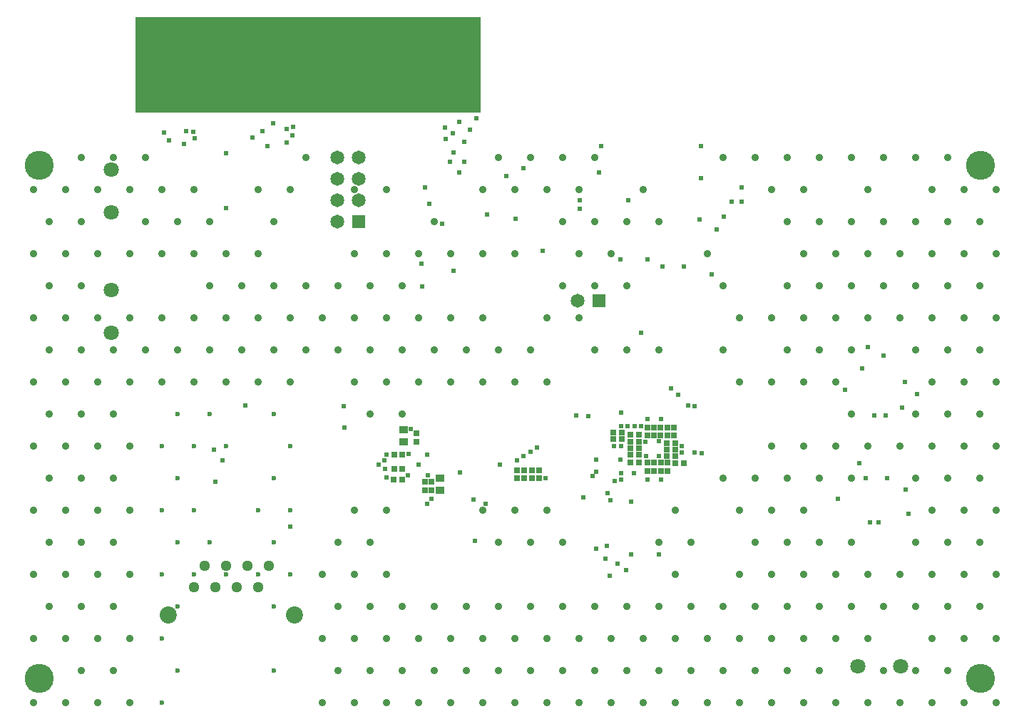
<source format=gbs>
G04*
G04 #@! TF.GenerationSoftware,Altium Limited,Altium Designer,21.6.4 (81)*
G04*
G04 Layer_Color=16711935*
%FSLAX25Y25*%
%MOIN*%
G70*
G04*
G04 #@! TF.SameCoordinates,32ACE0EF-A2FC-4BC7-9326-31937D1A4F50*
G04*
G04*
G04 #@! TF.FilePolarity,Negative*
G04*
G01*
G75*
%ADD19R,1.61500X0.44500*%
%ADD20R,0.02953X0.02559*%
%ADD21R,0.02559X0.02953*%
%ADD22R,0.04134X0.03740*%
%ADD42R,0.30891X0.40591*%
%ADD43R,0.02559X0.40591*%
%ADD44R,0.06496X0.06496*%
%ADD45C,0.06496*%
%ADD46C,0.07100*%
%ADD47C,0.05091*%
%ADD48C,0.07991*%
%ADD49R,0.06496X0.06496*%
%ADD50C,0.13591*%
%ADD51C,0.02391*%
%ADD52C,0.03591*%
%ADD53C,0.02362*%
D19*
X143500Y343500D02*
D03*
D20*
X187469Y154500D02*
D03*
X183531D02*
D03*
X187469Y161000D02*
D03*
X183531D02*
D03*
X183500Y149500D02*
D03*
X187437D02*
D03*
X311000Y160500D02*
D03*
X314937D02*
D03*
X311032Y166500D02*
D03*
X314968D02*
D03*
X297969Y157500D02*
D03*
X294032D02*
D03*
X297969Y161000D02*
D03*
X294032D02*
D03*
X297969Y164000D02*
D03*
X294032D02*
D03*
X297969Y167000D02*
D03*
X294032D02*
D03*
X286000Y168500D02*
D03*
X289937D02*
D03*
X286063Y171500D02*
D03*
X290000D02*
D03*
X298000Y170500D02*
D03*
X294063D02*
D03*
X315032Y157000D02*
D03*
X318969D02*
D03*
X311032Y163500D02*
D03*
X314968D02*
D03*
D21*
X241000Y153969D02*
D03*
Y150031D02*
D03*
X244500Y153969D02*
D03*
Y150031D02*
D03*
X248000Y153969D02*
D03*
Y150031D02*
D03*
X251500Y153969D02*
D03*
Y150031D02*
D03*
X194000Y167063D02*
D03*
Y171000D02*
D03*
X198000Y148437D02*
D03*
Y144500D02*
D03*
X201000Y148468D02*
D03*
Y144532D02*
D03*
X311500Y157468D02*
D03*
Y153532D02*
D03*
X302000Y170031D02*
D03*
Y173969D02*
D03*
X305000Y157500D02*
D03*
Y153563D02*
D03*
X302000Y157468D02*
D03*
Y153532D02*
D03*
X308500Y157500D02*
D03*
Y153563D02*
D03*
X308000Y170031D02*
D03*
Y173969D02*
D03*
X311500Y170031D02*
D03*
Y173969D02*
D03*
X305000Y170031D02*
D03*
Y173969D02*
D03*
X314500Y170031D02*
D03*
Y173969D02*
D03*
D22*
X188000Y172756D02*
D03*
Y167244D02*
D03*
X205000Y144500D02*
D03*
Y150012D02*
D03*
D42*
X129400Y341775D02*
D03*
X82100D02*
D03*
D43*
X220300D02*
D03*
X217150D02*
D03*
X214000D02*
D03*
X210850D02*
D03*
X207700D02*
D03*
X204550D02*
D03*
X201400D02*
D03*
X198250D02*
D03*
X191950D02*
D03*
X195100D02*
D03*
X188800D02*
D03*
X185650D02*
D03*
X182500D02*
D03*
X179350D02*
D03*
X176200D02*
D03*
X173050D02*
D03*
X169900D02*
D03*
X163600D02*
D03*
X160450D02*
D03*
X166750D02*
D03*
D44*
X167000Y270000D02*
D03*
D45*
X157000D02*
D03*
X167000Y280000D02*
D03*
X157000D02*
D03*
X167000Y290000D02*
D03*
X157000D02*
D03*
X167000Y300000D02*
D03*
X157000D02*
D03*
X269500Y233000D02*
D03*
D46*
X51500Y218000D02*
D03*
Y238000D02*
D03*
Y274500D02*
D03*
Y294500D02*
D03*
X400500Y62000D02*
D03*
X420500D02*
D03*
D47*
X125000Y109000D02*
D03*
X120000Y99000D02*
D03*
X115000Y109000D02*
D03*
X110000Y99000D02*
D03*
X105000Y109000D02*
D03*
X100000Y99000D02*
D03*
X90000D02*
D03*
X95000Y109000D02*
D03*
D48*
X137000Y86000D02*
D03*
X78000D02*
D03*
D49*
X279500Y233000D02*
D03*
D50*
X457550Y56450D02*
D03*
X17550D02*
D03*
X457550Y296450D02*
D03*
X17550D02*
D03*
D51*
X216347Y307347D02*
D03*
X277880Y158642D02*
D03*
X254500Y150000D02*
D03*
X233000Y156500D02*
D03*
X250500Y164500D02*
D03*
X247203Y162412D02*
D03*
X244000Y160500D02*
D03*
X241000Y158500D02*
D03*
X276350Y151000D02*
D03*
X284500Y104500D02*
D03*
X292000Y107000D02*
D03*
X191500Y173000D02*
D03*
X199000Y138000D02*
D03*
X190500Y161401D02*
D03*
X176500Y156500D02*
D03*
X180000Y150500D02*
D03*
X178929Y158366D02*
D03*
X179500Y154500D02*
D03*
X195000Y156500D02*
D03*
X190000Y151401D02*
D03*
X199157Y161127D02*
D03*
X201000Y140500D02*
D03*
X180000Y161000D02*
D03*
X199500Y151500D02*
D03*
X289500Y158875D02*
D03*
X289600Y152500D02*
D03*
X220850Y140193D02*
D03*
X214500Y152901D02*
D03*
X226201Y138102D02*
D03*
X221500Y120901D02*
D03*
X278000Y117000D02*
D03*
Y153000D02*
D03*
X268683Y179317D02*
D03*
X283000Y118401D02*
D03*
X307500Y114500D02*
D03*
X284840Y139650D02*
D03*
X294500Y114500D02*
D03*
X288000Y110150D02*
D03*
X282500Y112500D02*
D03*
X294376Y139124D02*
D03*
X286834Y148696D02*
D03*
X160000Y183901D02*
D03*
X160500Y173901D02*
D03*
X402500Y201500D02*
D03*
X289566Y149425D02*
D03*
X324173Y162062D02*
D03*
X292639Y174622D02*
D03*
X207492Y314008D02*
D03*
X207692Y308725D02*
D03*
X210992Y311508D02*
D03*
X214000Y316850D02*
D03*
X211500Y302500D02*
D03*
X90500Y309000D02*
D03*
X85500Y306500D02*
D03*
X78500Y308000D02*
D03*
X89683Y312187D02*
D03*
X86500Y312500D02*
D03*
X76023Y311908D02*
D03*
X222023Y318408D02*
D03*
X114000Y184000D02*
D03*
X272000Y141000D02*
D03*
X422500Y195000D02*
D03*
X100000Y148500D02*
D03*
X103500Y158500D02*
D03*
X410000Y129500D02*
D03*
X406000D02*
D03*
X413500Y179500D02*
D03*
X414000Y150000D02*
D03*
X391000Y140500D02*
D03*
X405000Y211500D02*
D03*
X394486Y191590D02*
D03*
X421000Y183000D02*
D03*
X408000Y179500D02*
D03*
X422850Y144955D02*
D03*
X270500Y276000D02*
D03*
X319000Y249000D02*
D03*
X309000D02*
D03*
X332000Y245500D02*
D03*
X133500Y313500D02*
D03*
X117500Y309500D02*
D03*
X209722Y298000D02*
D03*
X219000Y313000D02*
D03*
X198000Y286000D02*
D03*
X200000Y278500D02*
D03*
X216500Y298000D02*
D03*
X298976Y174583D02*
D03*
X299000Y218000D02*
D03*
X346000Y286000D02*
D03*
X341500Y279500D02*
D03*
X334500Y266500D02*
D03*
X346000Y279500D02*
D03*
X320996Y184004D02*
D03*
X324025Y183971D02*
D03*
X316500Y189000D02*
D03*
X313000Y192000D02*
D03*
X327400Y161675D02*
D03*
X289528Y174583D02*
D03*
X289566Y180921D02*
D03*
X296000Y174500D02*
D03*
X424000Y133500D02*
D03*
X283190Y143126D02*
D03*
X236000Y291500D02*
D03*
X240500Y271500D02*
D03*
X253000Y256500D02*
D03*
X274500Y179200D02*
D03*
X99504Y163500D02*
D03*
X412500Y207500D02*
D03*
X401000Y157000D02*
D03*
X404000Y150000D02*
D03*
X428000Y189500D02*
D03*
X308464Y149425D02*
D03*
X317874Y162062D02*
D03*
X302088Y149425D02*
D03*
X308425Y177810D02*
D03*
X302126D02*
D03*
X301000Y167220D02*
D03*
X307500Y160500D02*
D03*
X301500D02*
D03*
X307500Y167469D02*
D03*
X295850Y152600D02*
D03*
X286400Y165175D02*
D03*
X317875Y165200D02*
D03*
X289525Y165150D02*
D03*
X133500Y307000D02*
D03*
X136000Y310500D02*
D03*
X136500Y314500D02*
D03*
X124500Y305500D02*
D03*
X122000Y312500D02*
D03*
X127000Y316000D02*
D03*
X227000Y273500D02*
D03*
X135000Y127500D02*
D03*
X244000Y295000D02*
D03*
X337531Y272532D02*
D03*
X326500Y271000D02*
D03*
X302000Y252500D02*
D03*
X270500Y280000D02*
D03*
X327000Y290500D02*
D03*
X293000Y280000D02*
D03*
X279500Y293000D02*
D03*
X289500Y252500D02*
D03*
X327000Y305500D02*
D03*
X280500D02*
D03*
X211500Y247000D02*
D03*
X206000Y269000D02*
D03*
X214000Y293000D02*
D03*
X105000Y276500D02*
D03*
Y302000D02*
D03*
X196500Y250500D02*
D03*
X196610Y239831D02*
D03*
D52*
X465000Y285000D02*
D03*
Y255000D02*
D03*
Y225000D02*
D03*
Y195000D02*
D03*
Y165000D02*
D03*
Y135000D02*
D03*
Y105000D02*
D03*
Y75000D02*
D03*
Y45000D02*
D03*
X450000Y285000D02*
D03*
X457500Y270000D02*
D03*
X450000Y255000D02*
D03*
X457500Y240000D02*
D03*
X450000Y225000D02*
D03*
X457500Y210000D02*
D03*
X450000Y195000D02*
D03*
X457500Y180000D02*
D03*
X450000Y165000D02*
D03*
X457500Y150000D02*
D03*
X450000Y135000D02*
D03*
X457500Y120000D02*
D03*
X450000Y105000D02*
D03*
X457500Y90000D02*
D03*
X450000Y75000D02*
D03*
Y45000D02*
D03*
X442500Y300000D02*
D03*
X435000Y285000D02*
D03*
X442500Y270000D02*
D03*
X435000Y255000D02*
D03*
X442500Y240000D02*
D03*
X435000Y225000D02*
D03*
X442500Y210000D02*
D03*
X435000Y195000D02*
D03*
X442500Y180000D02*
D03*
X435000Y165000D02*
D03*
X442500Y150000D02*
D03*
X435000Y135000D02*
D03*
X442500Y120000D02*
D03*
X435000Y105000D02*
D03*
X442500Y90000D02*
D03*
X435000Y75000D02*
D03*
X442500Y60000D02*
D03*
X435000Y45000D02*
D03*
X427500Y300000D02*
D03*
Y270000D02*
D03*
X420000Y255000D02*
D03*
X427500Y240000D02*
D03*
X420000Y225000D02*
D03*
X427500Y210000D02*
D03*
Y180000D02*
D03*
X420000Y165000D02*
D03*
X427500Y150000D02*
D03*
Y120000D02*
D03*
X420000Y105000D02*
D03*
X427500Y90000D02*
D03*
Y60000D02*
D03*
X420000Y45000D02*
D03*
X412500Y300000D02*
D03*
X405000Y285000D02*
D03*
X412500Y270000D02*
D03*
X405000Y255000D02*
D03*
X412500Y240000D02*
D03*
X405000Y225000D02*
D03*
Y165000D02*
D03*
Y105000D02*
D03*
X412500Y90000D02*
D03*
X405000Y75000D02*
D03*
X412500Y60000D02*
D03*
X405000Y45000D02*
D03*
X397500Y300000D02*
D03*
Y270000D02*
D03*
X390000Y255000D02*
D03*
X397500Y240000D02*
D03*
X390000Y225000D02*
D03*
X397500Y210000D02*
D03*
X390000Y195000D02*
D03*
X397500Y180000D02*
D03*
X390000Y165000D02*
D03*
X397500Y150000D02*
D03*
Y120000D02*
D03*
X390000Y105000D02*
D03*
X397500Y90000D02*
D03*
X390000Y75000D02*
D03*
Y45000D02*
D03*
X382500Y300000D02*
D03*
X375000Y285000D02*
D03*
X382500Y270000D02*
D03*
X375000Y255000D02*
D03*
X382500Y240000D02*
D03*
X375000Y225000D02*
D03*
X382500Y210000D02*
D03*
X375000Y195000D02*
D03*
Y165000D02*
D03*
X382500Y150000D02*
D03*
X375000Y135000D02*
D03*
X382500Y120000D02*
D03*
X375000Y105000D02*
D03*
X382500Y90000D02*
D03*
X375000Y75000D02*
D03*
X382500Y60000D02*
D03*
X375000Y45000D02*
D03*
X367500Y300000D02*
D03*
X360000Y285000D02*
D03*
X367500Y270000D02*
D03*
Y240000D02*
D03*
X360000Y225000D02*
D03*
X367500Y210000D02*
D03*
X360000Y195000D02*
D03*
Y165000D02*
D03*
X367500Y150000D02*
D03*
X360000Y135000D02*
D03*
X367500Y120000D02*
D03*
X360000Y105000D02*
D03*
X367500Y90000D02*
D03*
X360000Y75000D02*
D03*
X367500Y60000D02*
D03*
X360000Y45000D02*
D03*
X352500Y300000D02*
D03*
X345000Y225000D02*
D03*
Y195000D02*
D03*
X352500Y150000D02*
D03*
X345000Y135000D02*
D03*
X352500Y120000D02*
D03*
X345000Y105000D02*
D03*
X352500Y90000D02*
D03*
X345000Y75000D02*
D03*
X352500Y60000D02*
D03*
X345000Y45000D02*
D03*
X337500Y300000D02*
D03*
X330000Y255000D02*
D03*
X337500Y240000D02*
D03*
Y210000D02*
D03*
Y150000D02*
D03*
Y90000D02*
D03*
X330000Y75000D02*
D03*
X337500Y60000D02*
D03*
X330000Y45000D02*
D03*
X315000Y135000D02*
D03*
X322500Y120000D02*
D03*
X315000Y105000D02*
D03*
X322500Y90000D02*
D03*
X315000Y75000D02*
D03*
X322500Y60000D02*
D03*
X315000Y45000D02*
D03*
X300000Y285000D02*
D03*
X307500Y270000D02*
D03*
Y210000D02*
D03*
Y120000D02*
D03*
Y90000D02*
D03*
X300000Y75000D02*
D03*
X307500Y60000D02*
D03*
X300000Y45000D02*
D03*
X292500Y270000D02*
D03*
X285000Y255000D02*
D03*
X292500Y240000D02*
D03*
Y210000D02*
D03*
Y90000D02*
D03*
X285000Y75000D02*
D03*
X292500Y60000D02*
D03*
X285000Y45000D02*
D03*
X277500Y300000D02*
D03*
X270000Y285000D02*
D03*
X277500Y270000D02*
D03*
X270000Y255000D02*
D03*
X277500Y240000D02*
D03*
X270000Y225000D02*
D03*
X277500Y210000D02*
D03*
Y90000D02*
D03*
X270000Y75000D02*
D03*
X277500Y60000D02*
D03*
X270000Y45000D02*
D03*
X262500Y300000D02*
D03*
X255000Y285000D02*
D03*
X262500Y270000D02*
D03*
Y240000D02*
D03*
X255000Y225000D02*
D03*
Y195000D02*
D03*
Y135000D02*
D03*
X262500Y120000D02*
D03*
Y90000D02*
D03*
X255000Y75000D02*
D03*
X262500Y60000D02*
D03*
X255000Y45000D02*
D03*
X247500Y300000D02*
D03*
X240000Y285000D02*
D03*
Y255000D02*
D03*
X247500Y210000D02*
D03*
X240000Y195000D02*
D03*
Y135000D02*
D03*
X247500Y120000D02*
D03*
Y90000D02*
D03*
X240000Y75000D02*
D03*
X247500Y60000D02*
D03*
X240000Y45000D02*
D03*
X232500Y300000D02*
D03*
X225000Y285000D02*
D03*
Y255000D02*
D03*
Y225000D02*
D03*
X232500Y210000D02*
D03*
X225000Y195000D02*
D03*
Y135000D02*
D03*
X232500Y120000D02*
D03*
Y90000D02*
D03*
X225000Y75000D02*
D03*
X232500Y60000D02*
D03*
X225000Y45000D02*
D03*
X210000Y255000D02*
D03*
Y225000D02*
D03*
X217500Y210000D02*
D03*
X210000Y195000D02*
D03*
X217500Y90000D02*
D03*
X210000Y75000D02*
D03*
X217500Y60000D02*
D03*
X210000Y45000D02*
D03*
X202500Y270000D02*
D03*
X195000Y255000D02*
D03*
Y225000D02*
D03*
X202500Y210000D02*
D03*
X195000Y195000D02*
D03*
X202500Y90000D02*
D03*
X195000Y75000D02*
D03*
X202500Y60000D02*
D03*
X195000Y45000D02*
D03*
X180000Y285000D02*
D03*
Y255000D02*
D03*
X187500Y240000D02*
D03*
X180000Y225000D02*
D03*
X187500Y210000D02*
D03*
X180000Y195000D02*
D03*
X187500Y180000D02*
D03*
X180000Y135000D02*
D03*
Y105000D02*
D03*
X187500Y90000D02*
D03*
X180000Y75000D02*
D03*
X187500Y60000D02*
D03*
X180000Y45000D02*
D03*
X165000Y285000D02*
D03*
Y255000D02*
D03*
X172500Y240000D02*
D03*
X165000Y225000D02*
D03*
X172500Y210000D02*
D03*
X165000Y195000D02*
D03*
X172500Y180000D02*
D03*
X165000Y135000D02*
D03*
X172500Y120000D02*
D03*
X165000Y105000D02*
D03*
X172500Y90000D02*
D03*
X165000Y75000D02*
D03*
X172500Y60000D02*
D03*
X165000Y45000D02*
D03*
X157500Y240000D02*
D03*
X150000Y225000D02*
D03*
X157500Y210000D02*
D03*
Y120000D02*
D03*
X150000Y105000D02*
D03*
X157500Y90000D02*
D03*
X150000Y75000D02*
D03*
X157500Y60000D02*
D03*
X150000Y45000D02*
D03*
X142500Y300000D02*
D03*
X135000Y285000D02*
D03*
X142500Y240000D02*
D03*
X135000Y225000D02*
D03*
X142500Y210000D02*
D03*
X135000Y195000D02*
D03*
X120000Y285000D02*
D03*
X127500Y270000D02*
D03*
X120000Y255000D02*
D03*
X127500Y240000D02*
D03*
X120000Y225000D02*
D03*
X127500Y210000D02*
D03*
X120000Y195000D02*
D03*
X105000Y255000D02*
D03*
X112500Y240000D02*
D03*
X105000Y225000D02*
D03*
X112500Y210000D02*
D03*
X105000Y195000D02*
D03*
X90000Y285000D02*
D03*
X97500Y270000D02*
D03*
X90000Y255000D02*
D03*
X97500Y240000D02*
D03*
X90000Y225000D02*
D03*
X97500Y210000D02*
D03*
X90000Y195000D02*
D03*
X75000Y285000D02*
D03*
X82500Y270000D02*
D03*
X75000Y255000D02*
D03*
Y225000D02*
D03*
X82500Y210000D02*
D03*
X75000Y195000D02*
D03*
X67500Y300000D02*
D03*
X60000Y285000D02*
D03*
X67500Y270000D02*
D03*
X60000Y255000D02*
D03*
Y225000D02*
D03*
X67500Y210000D02*
D03*
X60000Y195000D02*
D03*
Y165000D02*
D03*
Y135000D02*
D03*
Y105000D02*
D03*
Y75000D02*
D03*
Y45000D02*
D03*
X52500Y300000D02*
D03*
X45000Y285000D02*
D03*
Y255000D02*
D03*
Y225000D02*
D03*
X52500Y210000D02*
D03*
X45000Y195000D02*
D03*
X52500Y180000D02*
D03*
X45000Y165000D02*
D03*
X52500Y150000D02*
D03*
X45000Y135000D02*
D03*
X52500Y120000D02*
D03*
X45000Y105000D02*
D03*
X52500Y90000D02*
D03*
X45000Y75000D02*
D03*
X52500Y60000D02*
D03*
X45000Y45000D02*
D03*
X37500Y300000D02*
D03*
X30000Y285000D02*
D03*
X37500Y270000D02*
D03*
X30000Y255000D02*
D03*
X37500Y240000D02*
D03*
X30000Y225000D02*
D03*
X37500Y210000D02*
D03*
X30000Y195000D02*
D03*
X37500Y180000D02*
D03*
X30000Y165000D02*
D03*
X37500Y150000D02*
D03*
X30000Y135000D02*
D03*
X37500Y120000D02*
D03*
X30000Y105000D02*
D03*
X37500Y90000D02*
D03*
X30000Y75000D02*
D03*
X37500Y60000D02*
D03*
X30000Y45000D02*
D03*
X15000Y285000D02*
D03*
X22500Y270000D02*
D03*
X15000Y255000D02*
D03*
X22500Y240000D02*
D03*
X15000Y225000D02*
D03*
X22500Y210000D02*
D03*
X15000Y195000D02*
D03*
X22500Y180000D02*
D03*
X15000Y165000D02*
D03*
X22500Y150000D02*
D03*
X15000Y135000D02*
D03*
X22500Y120000D02*
D03*
X15000Y105000D02*
D03*
X22500Y90000D02*
D03*
X15000Y75000D02*
D03*
Y45000D02*
D03*
D53*
X135000Y165000D02*
D03*
Y135000D02*
D03*
Y105000D02*
D03*
X127500Y180000D02*
D03*
Y150000D02*
D03*
X120000Y135000D02*
D03*
X127500Y120000D02*
D03*
X120000Y105000D02*
D03*
X127500Y90000D02*
D03*
Y60000D02*
D03*
X105000Y165000D02*
D03*
Y105000D02*
D03*
X97500Y180000D02*
D03*
X90000Y165000D02*
D03*
Y135000D02*
D03*
X97500Y120000D02*
D03*
X90000Y105000D02*
D03*
X82500Y180000D02*
D03*
X75000Y165000D02*
D03*
X82500Y150000D02*
D03*
X75000Y135000D02*
D03*
X82500Y120000D02*
D03*
X75000Y105000D02*
D03*
X82500Y90000D02*
D03*
X75000Y75000D02*
D03*
X82500Y60000D02*
D03*
X75000Y45000D02*
D03*
M02*

</source>
